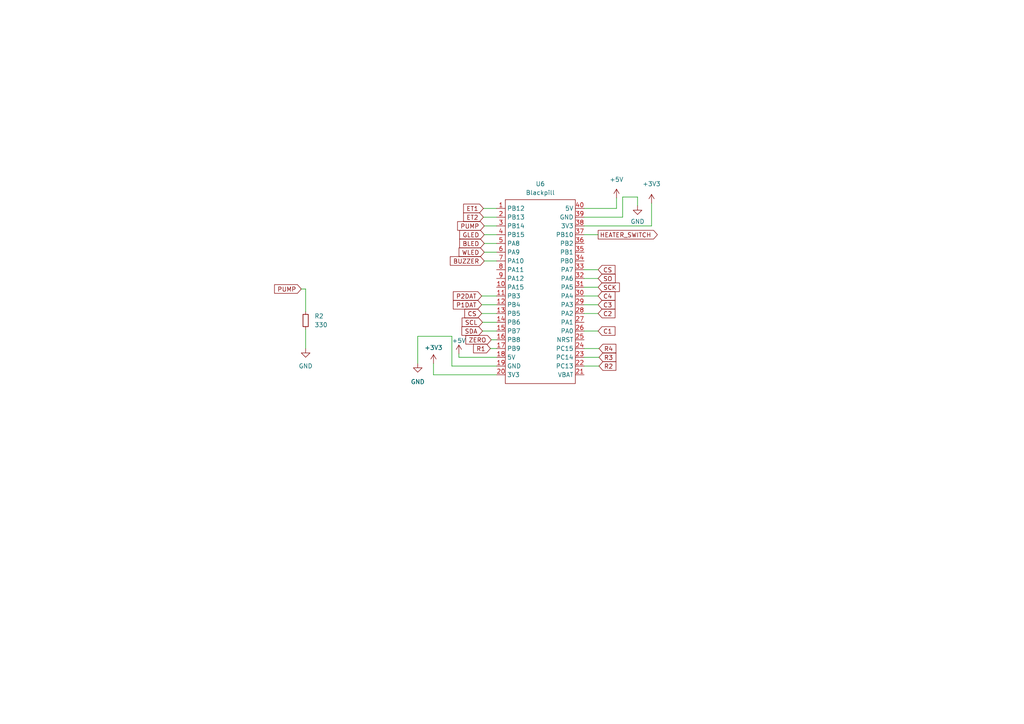
<source format=kicad_sch>
(kicad_sch (version 20211123) (generator eeschema)
  (paper "A4")
  (lib_symbols
    (symbol "Device:R_Small" (pin_numbers hide) (pin_names (offset 0.254) hide)
      (property "Reference" "R" (at 0.762 0.508 0))
      (property "Value" "R_Small" (at 0.762 -1.016 0))
      (symbol "R_Small_0_1"
        (rectangle (start -0.762 1.778) (end 0.762 -1.778) (stroke (width 0.2032)))
      )
      (symbol "R_Small_1_1"
        (pin passive line (at 0 2.54 270) (length 0.762) (name "~") (number "1"))
        (pin passive line (at 0 -2.54 90) (length 0.762) (name "~") (number "2"))
      )
    )
    (symbol "Userlibrary:Blackpill"
      (property "Reference" "U" (at 0 0 0))
      (property "Value" "Blackpill" (at 0 0 0))
      (symbol "Blackpill_0_1"
        (rectangle (start -10.16 53.34) (end 10.16 0))
      )
      (symbol "Blackpill_1_1"
        (pin bidirectional line (at -12.7 50.8 0) (length 2.54) (name "PB12") (number "1"))
        (pin bidirectional line (at -12.7 27.94 0) (length 2.54) (name "PA15") (number "10"))
        (pin bidirectional line (at -12.7 25.4 0) (length 2.54) (name "PB3") (number "11"))
        (pin bidirectional line (at -12.7 22.86 0) (length 2.54) (name "PB4") (number "12"))
        (pin bidirectional line (at -12.7 20.32 0) (length 2.54) (name "PB5") (number "13"))
        (pin bidirectional line (at -12.7 17.78 0) (length 2.54) (name "PB6") (number "14"))
        (pin bidirectional line (at -12.7 15.24 0) (length 2.54) (name "PB7") (number "15"))
        (pin bidirectional line (at -12.7 12.7 0) (length 2.54) (name "PB8") (number "16"))
        (pin bidirectional line (at -12.7 10.16 0) (length 2.54) (name "PB9") (number "17"))
        (pin power_in line (at -12.7 7.62 0) (length 2.54) (name "5V") (number "18"))
        (pin power_in line (at -12.7 5.08 0) (length 2.54) (name "GND") (number "19"))
        (pin bidirectional line (at -12.7 48.26 0) (length 2.54) (name "PB13") (number "2"))
        (pin power_in line (at -12.7 2.54 0) (length 2.54) (name "3V3") (number "20"))
        (pin power_in line (at 12.7 2.54 180) (length 2.54) (name "VBAT") (number "21"))
        (pin bidirectional line (at 12.7 5.08 180) (length 2.54) (name "PC13") (number "22"))
        (pin bidirectional line (at 12.7 7.62 180) (length 2.54) (name "PC14") (number "23"))
        (pin bidirectional line (at 12.7 10.16 180) (length 2.54) (name "PC15") (number "24"))
        (pin passive line (at 12.7 12.7 180) (length 2.54) (name "NRST") (number "25"))
        (pin bidirectional line (at 12.7 15.24 180) (length 2.54) (name "PA0") (number "26"))
        (pin bidirectional line (at 12.7 17.78 180) (length 2.54) (name "PA1") (number "27"))
        (pin bidirectional line (at 12.7 20.32 180) (length 2.54) (name "PA2") (number "28"))
        (pin bidirectional line (at 12.7 22.86 180) (length 2.54) (name "PA3") (number "29"))
        (pin bidirectional line (at -12.7 45.72 0) (length 2.54) (name "PB14") (number "3"))
        (pin bidirectional line (at 12.7 25.4 180) (length 2.54) (name "PA4") (number "30"))
        (pin bidirectional line (at 12.7 27.94 180) (length 2.54) (name "PA5") (number "31"))
        (pin bidirectional line (at 12.7 30.48 180) (length 2.54) (name "PA6") (number "32"))
        (pin bidirectional line (at 12.7 33.02 180) (length 2.54) (name "PA7") (number "33"))
        (pin bidirectional line (at 12.7 35.56 180) (length 2.54) (name "PB0") (number "34"))
        (pin bidirectional line (at 12.7 38.1 180) (length 2.54) (name "PB1") (number "35"))
        (pin bidirectional line (at 12.7 40.64 180) (length 2.54) (name "PB2") (number "36"))
        (pin bidirectional line (at 12.7 43.18 180) (length 2.54) (name "PB10") (number "37"))
        (pin power_in line (at 12.7 45.72 180) (length 2.54) (name "3V3") (number "38"))
        (pin power_in line (at 12.7 48.26 180) (length 2.54) (name "GND") (number "39"))
        (pin bidirectional line (at -12.7 43.18 0) (length 2.54) (name "PB15") (number "4"))
        (pin power_in line (at 12.7 50.8 180) (length 2.54) (name "5V") (number "40"))
        (pin bidirectional line (at -12.7 40.64 0) (length 2.54) (name "PA8") (number "5"))
        (pin bidirectional line (at -12.7 38.1 0) (length 2.54) (name "PA9") (number "6"))
        (pin bidirectional line (at -12.7 35.56 0) (length 2.54) (name "PA10") (number "7"))
        (pin bidirectional line (at -12.7 33.02 0) (length 2.54) (name "PA11") (number "8"))
        (pin bidirectional line (at -12.7 30.48 0) (length 2.54) (name "PA12") (number "9"))
      )
    )
    (symbol "power:+3V3" (power) (pin_names (offset 0))
      (property "Value" "+3V3" (at 0 3.556 0))
      (symbol "+3V3_0_1"
        (polyline (pts (xy -0.762 1.27) (xy 0 2.54)))
        (polyline (pts (xy 0 0) (xy 0 2.54)))
        (polyline (pts (xy 0 2.54) (xy 0.762 1.27)))
      )
      (symbol "+3V3_1_1"
        (pin power_in line (at 0 0 90) (length 0) hide (name "+3V3") (number "1"))
      )
    )
    (symbol "power:+5V" (power) (pin_names (offset 0))
      (property "Value" "+5V" (at 0 3.556 0))
      (symbol "+5V_0_1"
        (polyline (pts (xy -0.762 1.27) (xy 0 2.54)))
        (polyline (pts (xy 0 0) (xy 0 2.54)))
        (polyline (pts (xy 0 2.54) (xy 0.762 1.27)))
      )
      (symbol "+5V_1_1"
        (pin power_in line (at 0 0 90) (length 0) hide (name "+5V") (number "1"))
      )
    )
    (symbol "power:GND" (power) (pin_names (offset 0))
      (property "Value" "GND" (at 0 -3.81 0))
      (symbol "GND_0_1"
        (polyline (pts (xy 0 0) (xy 0 -1.27) (xy 1.27 -1.27) (xy 0 -2.54) (xy -1.27 -1.27) (xy 0 -1.27)))
      )
      (symbol "GND_1_1"
        (pin power_in line (at 0 0 270) (length 0) hide (name "GND") (number "1"))
      )
    )
  )
  (wire (pts (xy 140.462 75.692) (xy 144.018 75.692)))
  (wire (pts (xy 188.976 58.928) (xy 188.976 65.532)))
  (wire (pts (xy 180.594 57.15) (xy 184.912 57.15)))
  (wire (pts (xy 142.494 98.552) (xy 144.018 98.552)))
  (wire (pts (xy 180.594 62.992) (xy 180.594 57.15)))
  (wire (pts (xy 169.418 60.452) (xy 178.816 60.452)))
  (wire (pts (xy 169.418 103.632) (xy 173.736 103.632)))
  (wire (pts (xy 139.7 90.932) (xy 144.018 90.932)))
  (wire (pts (xy 188.976 65.532) (xy 169.418 65.532)))
  (wire (pts (xy 133.096 103.632) (xy 133.096 102.616)))
  (wire (pts (xy 169.418 101.092) (xy 173.736 101.092)))
  (wire (pts (xy 169.418 83.312) (xy 173.482 83.312)))
  (wire (pts (xy 139.954 93.472) (xy 144.018 93.472)))
  (wire (pts (xy 184.912 57.15) (xy 184.912 59.69)))
  (wire (pts (xy 88.646 83.82) (xy 88.646 90.424)))
  (wire (pts (xy 140.208 60.452) (xy 144.018 60.452)))
  (wire (pts (xy 140.462 68.072) (xy 144.018 68.072)))
  (wire (pts (xy 139.7 85.852) (xy 144.018 85.852)))
  (wire (pts (xy 169.418 78.232) (xy 173.482 78.232)))
  (wire (pts (xy 169.418 62.992) (xy 180.594 62.992)))
  (wire (pts (xy 169.418 90.932) (xy 173.482 90.932)))
  (wire (pts (xy 169.418 68.072) (xy 173.482 68.072)))
  (wire (pts (xy 140.462 70.612) (xy 144.018 70.612)))
  (wire (pts (xy 139.954 96.012) (xy 144.018 96.012)))
  (wire (pts (xy 139.7 88.392) (xy 144.018 88.392)))
  (wire (pts (xy 131.064 106.172) (xy 131.064 97.536)))
  (wire (pts (xy 169.418 106.172) (xy 173.736 106.172)))
  (wire (pts (xy 144.018 106.172) (xy 131.064 106.172)))
  (wire (pts (xy 169.418 85.852) (xy 173.482 85.852)))
  (wire (pts (xy 140.462 73.152) (xy 144.018 73.152)))
  (wire (pts (xy 169.418 88.392) (xy 173.482 88.392)))
  (wire (pts (xy 140.462 65.532) (xy 144.018 65.532)))
  (wire (pts (xy 88.646 101.092) (xy 88.646 95.504)))
  (wire (pts (xy 125.73 105.41) (xy 125.73 108.712)))
  (wire (pts (xy 169.418 80.772) (xy 173.482 80.772)))
  (wire (pts (xy 131.064 97.536) (xy 121.158 97.536)))
  (wire (pts (xy 125.73 108.712) (xy 144.018 108.712)))
  (wire (pts (xy 144.018 103.632) (xy 133.096 103.632)))
  (wire (pts (xy 169.418 96.012) (xy 173.482 96.012)))
  (wire (pts (xy 121.158 97.536) (xy 121.158 105.41)))
  (wire (pts (xy 178.816 60.452) (xy 178.816 57.404)))
  (wire (pts (xy 140.208 62.992) (xy 144.018 62.992)))
  (wire (pts (xy 142.24 101.092) (xy 144.018 101.092)))
  (wire (pts (xy 87.376 83.82) (xy 88.646 83.82)))
  (global_label "P1DAT" (shape input) (at 139.7 88.392 180) (property "Intersheet References" "${INTERSHEET_REFS}" (effects hide)))
  (global_label "C3" (shape input) (at 173.482 88.392 0) (property "Intersheet References" "${INTERSHEET_REFS}" (effects hide)))
  (global_label "SDA" (shape input) (at 139.954 96.012 180) (property "Intersheet References" "${INTERSHEET_REFS}" (effects hide)))
  (global_label "P2DAT" (shape input) (at 139.7 85.852 180) (property "Intersheet References" "${INTERSHEET_REFS}" (effects hide)))
  (global_label "ET2" (shape input) (at 140.208 62.992 180) (property "Intersheet References" "${INTERSHEET_REFS}" (effects hide)))
  (global_label "BUZZER" (shape input) (at 140.462 75.692 180) (property "Intersheet References" "${INTERSHEET_REFS}" (effects hide)))
  (global_label "BLED" (shape input) (at 140.462 70.612 180) (property "Intersheet References" "${INTERSHEET_REFS}" (effects hide)))
  (global_label "SCL" (shape input) (at 139.954 93.472 180) (property "Intersheet References" "${INTERSHEET_REFS}" (effects hide)))
  (global_label "ET1" (shape input) (at 140.208 60.452 180) (property "Intersheet References" "${INTERSHEET_REFS}" (effects hide)))
  (global_label "R3" (shape input) (at 173.736 103.632 0) (property "Intersheet References" "${INTERSHEET_REFS}" (effects hide)))
  (global_label "R1" (shape input) (at 142.24 101.092 180) (property "Intersheet References" "${INTERSHEET_REFS}" (effects hide)))
  (global_label "PUMP" (shape input) (at 140.462 65.532 180) (property "Intersheet References" "${INTERSHEET_REFS}" (effects hide)))
  (global_label "C2" (shape input) (at 173.482 90.932 0) (property "Intersheet References" "${INTERSHEET_REFS}" (effects hide)))
  (global_label "R4" (shape input) (at 173.736 101.092 0) (property "Intersheet References" "${INTERSHEET_REFS}" (effects hide)))
  (global_label "R2" (shape input) (at 173.736 106.172 0) (property "Intersheet References" "${INTERSHEET_REFS}" (effects hide)))
  (global_label "ZERO" (shape input) (at 142.494 98.552 180) (property "Intersheet References" "${INTERSHEET_REFS}" (effects hide)))
  (global_label "CS" (shape input) (at 173.482 78.232 0) (property "Intersheet References" "${INTERSHEET_REFS}" (effects hide)))
  (global_label "GLED" (shape input) (at 140.462 68.072 180) (property "Intersheet References" "${INTERSHEET_REFS}" (effects hide)))
  (global_label "PUMP" (shape input) (at 87.376 83.82 180) (property "Intersheet References" "${INTERSHEET_REFS}" (effects hide)))
  (global_label "WLED" (shape input) (at 140.462 73.152 180) (property "Intersheet References" "${INTERSHEET_REFS}" (effects hide)))
  (global_label "HEATER_SWITCH" (shape output) (at 173.482 68.072 0) (property "Intersheet References" "${INTERSHEET_REFS}" (effects hide)))
  (global_label "CS" (shape input) (at 139.7 90.932 180) (property "Intersheet References" "${INTERSHEET_REFS}" (effects hide)))
  (global_label "SO" (shape input) (at 173.482 80.772 0) (property "Intersheet References" "${INTERSHEET_REFS}" (effects hide)))
  (global_label "SCK" (shape input) (at 173.482 83.312 0) (property "Intersheet References" "${INTERSHEET_REFS}" (effects hide)))
  (global_label "C4" (shape input) (at 173.482 85.852 0) (property "Intersheet References" "${INTERSHEET_REFS}" (effects hide)))
  (global_label "C1" (shape input) (at 173.482 96.012 0) (property "Intersheet References" "${INTERSHEET_REFS}" (effects hide)))
  (symbol (lib_id "power:GND") (at 88.646 101.092 0) (unit 1)
    (property "Reference" "#PWR0116" (effects hide))
    (property "Value" "GND" (at 88.646 106.172 0))
  )
  (symbol (lib_id "power:+3V3") (at 188.976 58.928 0) (unit 1)
    (property "Reference" "#PWR0110" (effects hide))
    (property "Value" "+3V3" (at 188.976 53.34 0))
  )
  (symbol (lib_id "Device:R_Small") (at 88.646 92.964 0) (unit 1)
    (property "Reference" "R2" (at 91.186 91.6939 0) (effects (justify left)))
    (property "Value" "330" (at 91.186 94.2339 0) (effects (justify left)))
    (property "Footprint" "UserLibrary:R_Axial_DIN0207_L6.3mm_D2.5mm_P10.16mm_Horizontal" (effects hide))
  )
  (symbol (lib_id "power:GND") (at 184.912 59.69 0) (unit 1)
    (property "Reference" "#PWR0109" (effects hide))
    (property "Value" "GND" (at 184.912 64.262 0))
  )
  (symbol (lib_id "power:GND") (at 121.158 105.41 0) (unit 1)
    (property "Reference" "#PWR0117" (effects hide))
    (property "Value" "GND" (at 121.158 110.744 0))
  )
  (symbol (lib_id "power:+5V") (at 133.096 102.616 0) (unit 1)
    (property "Reference" "#PWR0114" (effects hide))
    (property "Value" "+5V" (at 133.096 98.806 0))
  )
  (symbol (lib_id "power:+3V3") (at 125.73 105.41 0) (unit 1)
    (property "Reference" "#PWR0115" (effects hide))
    (property "Value" "+3V3" (at 125.73 100.838 0))
  )
  (symbol (lib_id "power:+5V") (at 178.816 57.404 0) (unit 1)
    (property "Reference" "#PWR0108" (effects hide))
    (property "Value" "+5V" (at 178.816 52.07 0))
  )
  (symbol (lib_id "Userlibrary:Blackpill") (at 156.718 111.252 0) (unit 1)
    (property "Reference" "U6" (at 156.718 53.34 0))
    (property "Value" "Blackpill" (at 156.718 55.88 0))
    (property "Footprint" "UserLibrary:Blackpill" (effects hide))
  )
)
</source>
